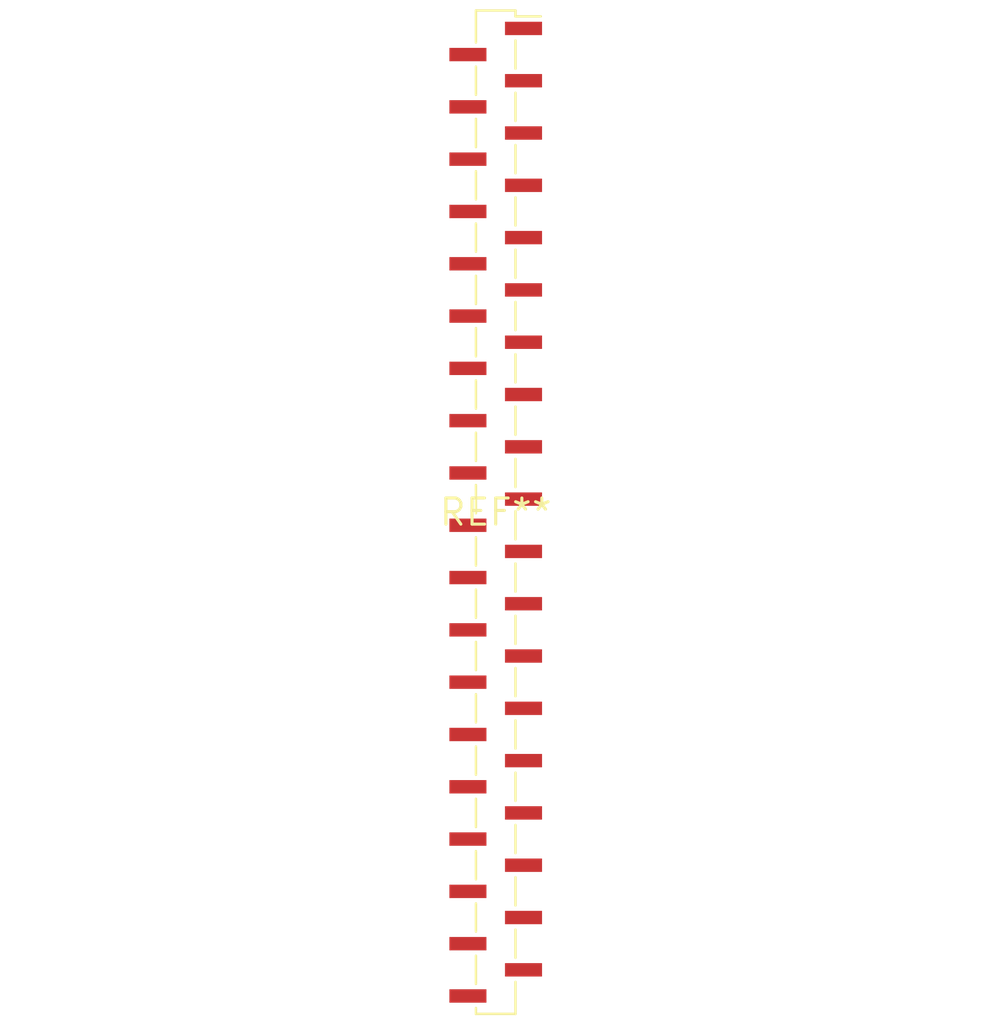
<source format=kicad_pcb>
(kicad_pcb (version 20240108) (generator pcbnew)
  (layers (0 "F.Cu" signal) (31 "B.Cu" signal) (34 "B.Paste" user) (35 "F.Paste" user) (36 "B.SilkS" user "B.Silkscreen") (37 "F.SilkS" user "F.Silkscreen") (38 "B.Mask" user) (39 "F.Mask" user) (44 "Edge.Cuts" user))
  (net 0 "")
  (footprint "PinSocket_1x38_P1.27mm_Vertical_SMD_Pin1Right" (layer "F.Cu") (at 0 0)
    (property "Reference" "REF**")
    (property "Value" "PinSocket_1x38_P1.27mm_Vertical_SMD_Pin1Right")
    (fp_line (start -0.96 -24.365) (end -0.96 -22.81) (layer "F.SilkS") (stroke (width 0.12)))
    (fp_line (start -0.96 -24.365) (end 0.96 -24.365) (layer "F.SilkS") (stroke (width 0.12)))
    (fp_line (start -0.96 -21.64) (end -0.96 -20.27) (layer "F.SilkS") (stroke (width 0.12)))
    (fp_line (start -0.96 -19.1) (end -0.96 -17.73) (layer "F.SilkS") (stroke (width 0.12)))
    (fp_line (start -0.96 -16.56) (end -0.96 -15.19) (layer "F.SilkS") (stroke (width 0.12)))
    (fp_line (start -0.96 -14.02) (end -0.96 -12.65) (layer "F.SilkS") (stroke (width 0.12)))
    (fp_line (start -0.96 -11.48) (end -0.96 -10.11) (layer "F.SilkS") (stroke (width 0.12)))
    (fp_line (start -0.96 -8.94) (end -0.96 -7.57) (layer "F.SilkS") (stroke (width 0.12)))
    (fp_line (start -0.96 -6.4) (end -0.96 -5.03) (layer "F.SilkS") (stroke (width 0.12)))
    (fp_line (start -0.96 -3.86) (end -0.96 -2.49) (layer "F.SilkS") (stroke (width 0.12)))
    (fp_line (start -0.96 -1.32) (end -0.96 0.05) (layer "F.SilkS") (stroke (width 0.12)))
    (fp_line (start -0.96 1.22) (end -0.96 2.59) (layer "F.SilkS") (stroke (width 0.12)))
    (fp_line (start -0.96 3.76) (end -0.96 5.13) (layer "F.SilkS") (stroke (width 0.12)))
    (fp_line (start -0.96 6.3) (end -0.96 7.67) (layer "F.SilkS") (stroke (width 0.12)))
    (fp_line (start -0.96 8.84) (end -0.96 10.21) (layer "F.SilkS") (stroke (width 0.12)))
    (fp_line (start -0.96 11.38) (end -0.96 12.75) (layer "F.SilkS") (stroke (width 0.12)))
    (fp_line (start -0.96 13.92) (end -0.96 15.29) (layer "F.SilkS") (stroke (width 0.12)))
    (fp_line (start -0.96 16.46) (end -0.96 17.83) (layer "F.SilkS") (stroke (width 0.12)))
    (fp_line (start -0.96 19) (end -0.96 20.37) (layer "F.SilkS") (stroke (width 0.12)))
    (fp_line (start -0.96 21.54) (end -0.96 22.91) (layer "F.SilkS") (stroke (width 0.12)))
    (fp_line (start -0.96 24.08) (end -0.96 24.365) (layer "F.SilkS") (stroke (width 0.12)))
    (fp_line (start -0.96 24.365) (end 0.96 24.365) (layer "F.SilkS") (stroke (width 0.12)))
    (fp_line (start 0.96 -24.365) (end 0.96 -24.08) (layer "F.SilkS") (stroke (width 0.12)))
    (fp_line (start 0.96 -24.08) (end 2.19 -24.08) (layer "F.SilkS") (stroke (width 0.12)))
    (fp_line (start 0.96 -22.91) (end 0.96 -21.54) (layer "F.SilkS") (stroke (width 0.12)))
    (fp_line (start 0.96 -20.37) (end 0.96 -19) (layer "F.SilkS") (stroke (width 0.12)))
    (fp_line (start 0.96 -17.83) (end 0.96 -16.46) (layer "F.SilkS") (stroke (width 0.12)))
    (fp_line (start 0.96 -15.29) (end 0.96 -13.92) (layer "F.SilkS") (stroke (width 0.12)))
    (fp_line (start 0.96 -12.75) (end 0.96 -11.38) (layer "F.SilkS") (stroke (width 0.12)))
    (fp_line (start 0.96 -10.21) (end 0.96 -8.84) (layer "F.SilkS") (stroke (width 0.12)))
    (fp_line (start 0.96 -7.67) (end 0.96 -6.3) (layer "F.SilkS") (stroke (width 0.12)))
    (fp_line (start 0.96 -5.13) (end 0.96 -3.76) (layer "F.SilkS") (stroke (width 0.12)))
    (fp_line (start 0.96 -2.59) (end 0.96 -1.22) (layer "F.SilkS") (stroke (width 0.12)))
    (fp_line (start 0.96 -0.05) (end 0.96 1.32) (layer "F.SilkS") (stroke (width 0.12)))
    (fp_line (start 0.96 2.49) (end 0.96 3.86) (layer "F.SilkS") (stroke (width 0.12)))
    (fp_line (start 0.96 5.03) (end 0.96 6.4) (layer "F.SilkS") (stroke (width 0.12)))
    (fp_line (start 0.96 7.57) (end 0.96 8.94) (layer "F.SilkS") (stroke (width 0.12)))
    (fp_line (start 0.96 10.11) (end 0.96 11.48) (layer "F.SilkS") (stroke (width 0.12)))
    (fp_line (start 0.96 12.65) (end 0.96 14.02) (layer "F.SilkS") (stroke (width 0.12)))
    (fp_line (start 0.96 15.19) (end 0.96 16.56) (layer "F.SilkS") (stroke (width 0.12)))
    (fp_line (start 0.96 17.73) (end 0.96 19.1) (layer "F.SilkS") (stroke (width 0.12)))
    (fp_line (start 0.96 20.27) (end 0.96 21.64) (layer "F.SilkS") (stroke (width 0.12)))
    (fp_line (start 0.96 22.81) (end 0.96 24.365) (layer "F.SilkS") (stroke (width 0.12)))
    (pad "1" smd rect (at 1.35 -23.495) (size 1.8 0.65) (layers "F.Cu" "F.Paste" "F.Mask"))
    (pad "2" smd rect (at -1.35 -22.225) (size 1.8 0.65) (layers "F.Cu" "F.Paste" "F.Mask"))
    (pad "3" smd rect (at 1.35 -20.955) (size 1.8 0.65) (layers "F.Cu" "F.Paste" "F.Mask"))
    (pad "4" smd rect (at -1.35 -19.685) (size 1.8 0.65) (layers "F.Cu" "F.Paste" "F.Mask"))
    (pad "5" smd rect (at 1.35 -18.415) (size 1.8 0.65) (layers "F.Cu" "F.Paste" "F.Mask"))
    (pad "6" smd rect (at -1.35 -17.145) (size 1.8 0.65) (layers "F.Cu" "F.Paste" "F.Mask"))
    (pad "7" smd rect (at 1.35 -15.875) (size 1.8 0.65) (layers "F.Cu" "F.Paste" "F.Mask"))
    (pad "8" smd rect (at -1.35 -14.605) (size 1.8 0.65) (layers "F.Cu" "F.Paste" "F.Mask"))
    (pad "9" smd rect (at 1.35 -13.335) (size 1.8 0.65) (layers "F.Cu" "F.Paste" "F.Mask"))
    (pad "10" smd rect (at -1.35 -12.065) (size 1.8 0.65) (layers "F.Cu" "F.Paste" "F.Mask"))
    (pad "11" smd rect (at 1.35 -10.795) (size 1.8 0.65) (layers "F.Cu" "F.Paste" "F.Mask"))
    (pad "12" smd rect (at -1.35 -9.525) (size 1.8 0.65) (layers "F.Cu" "F.Paste" "F.Mask"))
    (pad "13" smd rect (at 1.35 -8.255) (size 1.8 0.65) (layers "F.Cu" "F.Paste" "F.Mask"))
    (pad "14" smd rect (at -1.35 -6.985) (size 1.8 0.65) (layers "F.Cu" "F.Paste" "F.Mask"))
    (pad "15" smd rect (at 1.35 -5.715) (size 1.8 0.65) (layers "F.Cu" "F.Paste" "F.Mask"))
    (pad "16" smd rect (at -1.35 -4.445) (size 1.8 0.65) (layers "F.Cu" "F.Paste" "F.Mask"))
    (pad "17" smd rect (at 1.35 -3.175) (size 1.8 0.65) (layers "F.Cu" "F.Paste" "F.Mask"))
    (pad "18" smd rect (at -1.35 -1.905) (size 1.8 0.65) (layers "F.Cu" "F.Paste" "F.Mask"))
    (pad "19" smd rect (at 1.35 -0.635) (size 1.8 0.65) (layers "F.Cu" "F.Paste" "F.Mask"))
    (pad "20" smd rect (at -1.35 0.635) (size 1.8 0.65) (layers "F.Cu" "F.Paste" "F.Mask"))
    (pad "21" smd rect (at 1.35 1.905) (size 1.8 0.65) (layers "F.Cu" "F.Paste" "F.Mask"))
    (pad "22" smd rect (at -1.35 3.175) (size 1.8 0.65) (layers "F.Cu" "F.Paste" "F.Mask"))
    (pad "23" smd rect (at 1.35 4.445) (size 1.8 0.65) (layers "F.Cu" "F.Paste" "F.Mask"))
    (pad "24" smd rect (at -1.35 5.715) (size 1.8 0.65) (layers "F.Cu" "F.Paste" "F.Mask"))
    (pad "25" smd rect (at 1.35 6.985) (size 1.8 0.65) (layers "F.Cu" "F.Paste" "F.Mask"))
    (pad "26" smd rect (at -1.35 8.255) (size 1.8 0.65) (layers "F.Cu" "F.Paste" "F.Mask"))
    (pad "27" smd rect (at 1.35 9.525) (size 1.8 0.65) (layers "F.Cu" "F.Paste" "F.Mask"))
    (pad "28" smd rect (at -1.35 10.795) (size 1.8 0.65) (layers "F.Cu" "F.Paste" "F.Mask"))
    (pad "29" smd rect (at 1.35 12.065) (size 1.8 0.65) (layers "F.Cu" "F.Paste" "F.Mask"))
    (pad "30" smd rect (at -1.35 13.335) (size 1.8 0.65) (layers "F.Cu" "F.Paste" "F.Mask"))
    (pad "31" smd rect (at 1.35 14.605) (size 1.8 0.65) (layers "F.Cu" "F.Paste" "F.Mask"))
    (pad "32" smd rect (at -1.35 15.875) (size 1.8 0.65) (layers "F.Cu" "F.Paste" "F.Mask"))
    (pad "33" smd rect (at 1.35 17.145) (size 1.8 0.65) (layers "F.Cu" "F.Paste" "F.Mask"))
    (pad "34" smd rect (at -1.35 18.415) (size 1.8 0.65) (layers "F.Cu" "F.Paste" "F.Mask"))
    (pad "35" smd rect (at 1.35 19.685) (size 1.8 0.65) (layers "F.Cu" "F.Paste" "F.Mask"))
    (pad "36" smd rect (at -1.35 20.955) (size 1.8 0.65) (layers "F.Cu" "F.Paste" "F.Mask"))
    (pad "37" smd rect (at 1.35 22.225) (size 1.8 0.65) (layers "F.Cu" "F.Paste" "F.Mask"))
    (pad "38" smd rect (at -1.35 23.495) (size 1.8 0.65) (layers "F.Cu" "F.Paste" "F.Mask"))
  )
)
</source>
